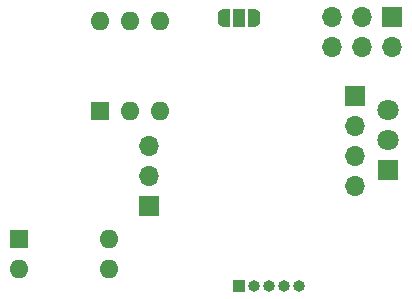
<source format=gbr>
G04 #@! TF.GenerationSoftware,KiCad,Pcbnew,5.1.10-6.fc34*
G04 #@! TF.CreationDate,2021-10-18T15:52:16+02:00*
G04 #@! TF.ProjectId,mimu_phantom,6d696d75-5f70-4686-916e-746f6d2e6b69,rev?*
G04 #@! TF.SameCoordinates,Original*
G04 #@! TF.FileFunction,Soldermask,Bot*
G04 #@! TF.FilePolarity,Negative*
%FSLAX46Y46*%
G04 Gerber Fmt 4.6, Leading zero omitted, Abs format (unit mm)*
G04 Created by KiCad (PCBNEW 5.1.10-6.fc34) date 2021-10-18 15:52:16*
%MOMM*%
%LPD*%
G01*
G04 APERTURE LIST*
%ADD10C,0.100000*%
%ADD11R,1.000000X1.500000*%
%ADD12O,1.700000X1.700000*%
%ADD13R,1.700000X1.700000*%
%ADD14C,1.800000*%
%ADD15R,1.800000X1.800000*%
%ADD16O,1.600000X1.600000*%
%ADD17R,1.600000X1.600000*%
%ADD18O,1.000000X1.000000*%
%ADD19R,1.000000X1.000000*%
G04 APERTURE END LIST*
D10*
G36*
X134250000Y-75800000D02*
G01*
X133700000Y-75800000D01*
X133700000Y-75799398D01*
X133675466Y-75799398D01*
X133626635Y-75794588D01*
X133578510Y-75785016D01*
X133531555Y-75770772D01*
X133486222Y-75751995D01*
X133442949Y-75728864D01*
X133402150Y-75701604D01*
X133364221Y-75670476D01*
X133329524Y-75635779D01*
X133298396Y-75597850D01*
X133271136Y-75557051D01*
X133248005Y-75513778D01*
X133229228Y-75468445D01*
X133214984Y-75421490D01*
X133205412Y-75373365D01*
X133200602Y-75324534D01*
X133200602Y-75300000D01*
X133200000Y-75300000D01*
X133200000Y-74800000D01*
X133200602Y-74800000D01*
X133200602Y-74775466D01*
X133205412Y-74726635D01*
X133214984Y-74678510D01*
X133229228Y-74631555D01*
X133248005Y-74586222D01*
X133271136Y-74542949D01*
X133298396Y-74502150D01*
X133329524Y-74464221D01*
X133364221Y-74429524D01*
X133402150Y-74398396D01*
X133442949Y-74371136D01*
X133486222Y-74348005D01*
X133531555Y-74329228D01*
X133578510Y-74314984D01*
X133626635Y-74305412D01*
X133675466Y-74300602D01*
X133700000Y-74300602D01*
X133700000Y-74300000D01*
X134250000Y-74300000D01*
X134250000Y-75800000D01*
G37*
D11*
X135000000Y-75050000D03*
D10*
G36*
X136300000Y-74300602D02*
G01*
X136324534Y-74300602D01*
X136373365Y-74305412D01*
X136421490Y-74314984D01*
X136468445Y-74329228D01*
X136513778Y-74348005D01*
X136557051Y-74371136D01*
X136597850Y-74398396D01*
X136635779Y-74429524D01*
X136670476Y-74464221D01*
X136701604Y-74502150D01*
X136728864Y-74542949D01*
X136751995Y-74586222D01*
X136770772Y-74631555D01*
X136785016Y-74678510D01*
X136794588Y-74726635D01*
X136799398Y-74775466D01*
X136799398Y-74800000D01*
X136800000Y-74800000D01*
X136800000Y-75300000D01*
X136799398Y-75300000D01*
X136799398Y-75324534D01*
X136794588Y-75373365D01*
X136785016Y-75421490D01*
X136770772Y-75468445D01*
X136751995Y-75513778D01*
X136728864Y-75557051D01*
X136701604Y-75597850D01*
X136670476Y-75635779D01*
X136635779Y-75670476D01*
X136597850Y-75701604D01*
X136557051Y-75728864D01*
X136513778Y-75751995D01*
X136468445Y-75770772D01*
X136421490Y-75785016D01*
X136373365Y-75794588D01*
X136324534Y-75799398D01*
X136300000Y-75799398D01*
X136300000Y-75800000D01*
X135750000Y-75800000D01*
X135750000Y-74300000D01*
X136300000Y-74300000D01*
X136300000Y-74300602D01*
G37*
D12*
X144850000Y-89270000D03*
X144850000Y-86730000D03*
X144850000Y-84190000D03*
D13*
X144850000Y-81650000D03*
D14*
X147600000Y-82820000D03*
X147600000Y-85360000D03*
D15*
X147600000Y-87900000D03*
D16*
X123250000Y-75330000D03*
X128330000Y-82950000D03*
X125790000Y-75330000D03*
X125790000Y-82950000D03*
X128330000Y-75330000D03*
D17*
X123250000Y-82950000D03*
D16*
X124020000Y-93800000D03*
X116400000Y-96340000D03*
X124020000Y-96340000D03*
D17*
X116400000Y-93800000D03*
D18*
X140090000Y-97750000D03*
X138820000Y-97750000D03*
X137550000Y-97750000D03*
X136280000Y-97750000D03*
D19*
X135010000Y-97750000D03*
D12*
X142870000Y-77550000D03*
X142870000Y-75010000D03*
X145410000Y-77550000D03*
X145410000Y-75010000D03*
X147950000Y-77550000D03*
D13*
X147950000Y-75010000D03*
D12*
X127400000Y-85920000D03*
X127400000Y-88460000D03*
D13*
X127400000Y-91000000D03*
M02*

</source>
